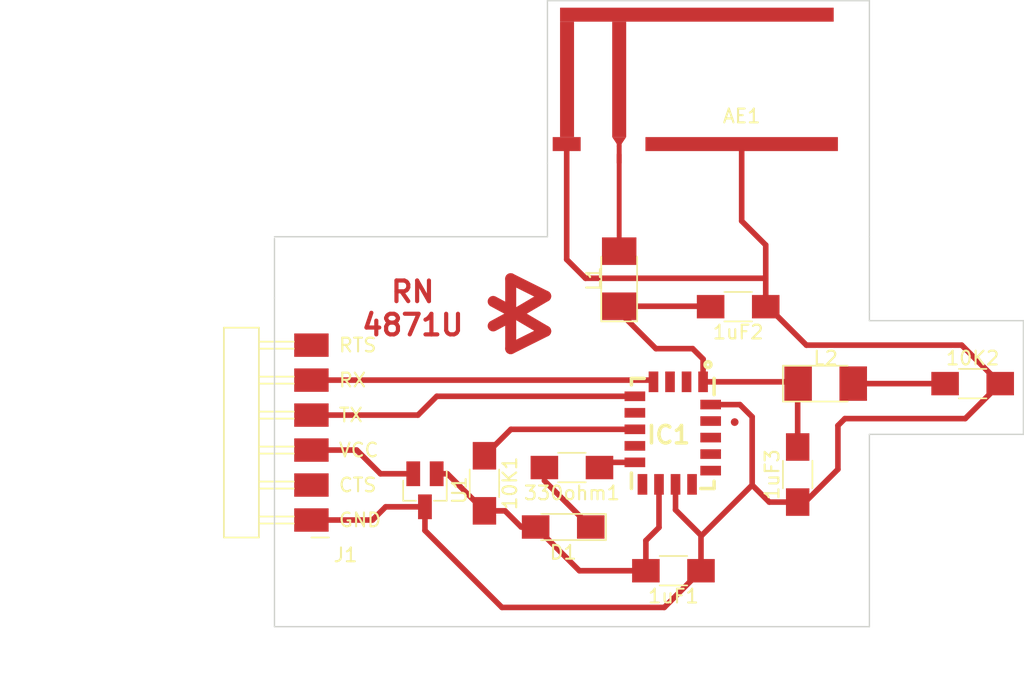
<source format=kicad_pcb>
(kicad_pcb (version 20211014) (generator pcbnew)
  (layers (0 "F.Cu" signal) (31 "B.Cu" signal) (34 "B.Paste" user) (35 "F.Paste" user) (36 "B.SilkS" user "B.Silkscreen") (37 "F.SilkS" user "F.Silkscreen") (38 "B.Mask" user) (39 "F.Mask" user) (44 "Edge.Cuts" user))
  (net 0 "")
  (net 1 "/Vcc")
  (net 2 "GND")
  (net 3 "/BT_RF")
  (net 4 "Net-(10K1-Pad1)")
  (net 5 "Net-(330ohm1-Pad2)")
  (net 6 "Net-(330ohm1-Pad1)")
  (net 9 "/Tx")
  (net 10 "/Rx")
  (net 20 "/Vin")
  (net 22 "Net-(10K2-Pad1)")
  (net 23 "Net-(AE1-Pad1)")
  (footprint "bluetooth:PCB trace antenna" (layer "F.Cu") (at 147.955 83.185)
    (fp_text reference "AE1" (at 9.398 -1.524 unlocked) (layer "F.SilkS"))
    (fp_text value "Antenna")
    (fp_line (start 0.508 0.635) (end 0.508 0.254) (layer "F.Cu") (width 0.3556))
    (fp_rect (start -2.7686 0) (end -3.7846 -8.382) (layer "F.Cu") (width 0) (fill solid))
    (fp_rect (start -3.7846 -8.382) (end 16.0782 -9.398) (layer "F.Cu") (width 0) (fill solid))
    (fp_rect (start 0 0) (end 1.016 -8.382) (layer "F.Cu") (width 0) (fill solid))
    (fp_poly (pts (xy 0.508 0.762) (xy 0 0) (xy 1.016 0)) (layer "F.Cu") (width 0) (fill solid))
    (pad "1" smd rect (at 0.508 1.27) (size 0.3556 1.27) (layers "F.Cu" "F.Paste" "F.Mask") (net 23 "Net-(AE1-Pad1)"))
    (pad "2" smd rect (at 9.398 0.508) (size 13.97 1.016) (layers "F.Cu" "F.Paste" "F.Mask") (net 2 "GND"))
    (pad "3" smd rect (at -3.302 0.508) (size 2.032 1.016) (layers "F.Cu" "F.Paste" "F.Mask") (net 2 "GND"))
  )
  (footprint "fab:C_1206" (layer "F.Cu") (at 161.417 107.696 90)
    (fp_text reference "1uF3" (at 0 -1.85 90) (layer "F.SilkS"))
    (fp_text value "C")
    (fp_line (start -1 -1.07) (end 1 -1.07) (layer "F.SilkS") (width 0.12))
    (fp_line (start 1 1.07) (end -1 1.07) (layer "F.SilkS") (width 0.12))
    (pad "1" smd rect locked (at -2 0 90) (size 2 1.7) (layers "F.Cu" "F.Paste" "F.Mask") (net 2 "GND"))
    (pad "2" smd rect locked (at 2 0 90) (size 2 1.7) (layers "F.Cu" "F.Paste" "F.Mask") (net 3 "/BT_RF"))
  )
  (footprint "fab:SOT-23" (layer "F.Cu") (at 134.366 108.839 -90)
    (fp_text reference "U1" (at 0 -2.5 90) (layer "F.SilkS"))
    (fp_text value "Regulator_Linear_LM3480-3.3V-100mA")
    (fp_line (start 0.76 -1.58) (end 0.76 -0.65) (layer "F.SilkS") (width 0.12))
    (fp_line (start 0.76 -1.58) (end -1.4 -1.58) (layer "F.SilkS") (width 0.12))
    (fp_line (start 0.76 1.58) (end -0.7 1.58) (layer "F.SilkS") (width 0.12))
    (fp_line (start 0.76 1.58) (end 0.76 0.65) (layer "F.SilkS") (width 0.12))
    (pad "1" smd rect locked (at -1.2 -0.85 270) (size 1.8 1) (layers "F.Cu" "F.Paste" "F.Mask") (net 1 "/Vcc"))
    (pad "2" smd rect locked (at -1.2 0.85 270) (size 1.8 1) (layers "F.Cu" "F.Paste" "F.Mask") (net 20 "/Vin"))
    (pad "3" smd rect locked (at 1.2 0 270) (size 1.8 1) (layers "F.Cu" "F.Paste" "F.Mask") (net 2 "GND"))
  )
  (footprint "fab:L_1210" (layer "F.Cu") (at 148.463 93.472 90)
    (fp_text reference "L1" (at 0 -1.85 90) (layer "F.SilkS"))
    (fp_text value "Inductor_L_1210")
    (fp_line (start -3.1 -1.3) (end 1.6 -1.3) (layer "F.SilkS") (width 0.12))
    (fp_line (start -3.1 -1.3) (end -3.1 1.3) (layer "F.SilkS") (width 0.12))
    (fp_line (start -3.1 1.3) (end 1.6 1.3) (layer "F.SilkS") (width 0.12))
    (pad "1" smd rect locked (at -2 0 90) (size 2 2.5) (layers "F.Cu" "F.Paste" "F.Mask") (net 3 "/BT_RF"))
    (pad "2" smd rect locked (at 2 0 90) (size 2 2.5) (layers "F.Cu" "F.Paste" "F.Mask") (net 23 "Net-(AE1-Pad1)"))
  )
  (footprint "fab:PinHeader_FTDI_01x06_P2.54mm_Horizontal_SMD" (layer "F.Cu") (at 126.125 110.998 180)
    (fp_text reference "J1" (at -1.524 -2.54) (layer "F.SilkS") (effects (justify left)))
    (fp_text value "Conn_PinHeader_FTDI_1x06_P2.54mm_Horizontal_SMD")
    (fp_text user "RX" (at -1.905 10.16) (layer "F.SilkS") (effects (justify left)))
    (fp_text user "RTS" (at -1.905 12.7) (layer "F.SilkS") (effects (justify left)))
    (fp_text user "GND" (at -1.905 0) (layer "F.SilkS") (effects (justify left)))
    (fp_text user "CTS" (at -1.905 2.54) (layer "F.SilkS") (effects (justify left)))
    (fp_text user "TX" (at -1.905 7.62) (layer "F.SilkS") (effects (justify left)))
    (fp_text user "VCC" (at -1.905 5.08) (layer "F.SilkS") (effects (justify left)))
    (fp_line (start 3.81 7.366) (end 1.27 7.366) (layer "F.SilkS") (width 0.12))
    (fp_line (start 3.81 13.97) (end 3.81 -1.27) (layer "F.SilkS") (width 0.12))
    (fp_line (start 3.81 7.874) (end 1.27 7.874) (layer "F.SilkS") (width 0.12))
    (fp_line (start 3.81 12.446) (end 1.27 12.446) (layer "F.SilkS") (width 0.12))
    (fp_line (start 3.81 10.414) (end 1.27 10.414) (layer "F.SilkS") (width 0.12))
    (fp_line (start 3.81 -0.254) (end 1.27 -0.254) (layer "F.SilkS") (width 0.12))
    (fp_line (start 3.81 4.826) (end 1.27 4.826) (layer "F.SilkS") (width 0.12))
    (fp_line (start -1.27 -1.27) (end 0 -1.27) (layer "F.SilkS") (width 0.12))
    (fp_line (start 6.35 13.97) (end 3.81 13.97) (layer "F.SilkS") (width 0.12))
    (fp_line (start 3.81 2.794) (end 1.27 2.794) (layer "F.SilkS") (width 0.12))
    (fp_line (start 3.81 2.286) (end 1.27 2.286) (layer "F.SilkS") (width 0.12))
    (fp_line (start 3.81 9.906) (end 1.27 9.906) (layer "F.SilkS") (width 0.12))
    (fp_line (start 3.81 5.334) (end 1.27 5.334) (layer "F.SilkS") (width 0.12))
    (fp_line (start 3.81 -1.27) (end 6.35 -1.27) (layer "F.SilkS") (width 0.12))
    (fp_line (start 3.81 0.254) (end 1.27 0.254) (layer "F.SilkS") (width 0.12))
    (fp_line (start 3.81 12.954) (end 1.27 12.954) (layer "F.SilkS") (width 0.12))
    (fp_line (start 6.35 -1.27) (end 6.35 13.97) (layer "F.SilkS") (width 0.12))
    (pad "1" smd rect locked (at 0 0 180) (size 2.5 1.7) (layers "F.Cu" "F.Paste" "F.Mask") (net 2 "GND"))
    (pad "2" smd rect locked (at 0 2.54 180) (size 2.5 1.7) (layers "F.Cu" "F.Paste" "F.Mask"))
    (pad "3" smd rect locked (at 0 5.08 180) (size 2.5 1.7) (layers "F.Cu" "F.Paste" "F.Mask") (net 20 "/Vin"))
    (pad "4" smd rect locked (at 0 7.62 180) (size 2.5 1.7) (layers "F.Cu" "F.Paste" "F.Mask") (net 10 "/Rx"))
    (pad "5" smd rect locked (at 0 10.16 180) (size 2.5 1.7) (layers "F.Cu" "F.Paste" "F.Mask") (net 9 "/Tx"))
    (pad "6" smd rect locked (at 0 12.7 180) (size 2.5 1.7) (layers "F.Cu" "F.Paste" "F.Mask"))
  )
  (footprint "fab:R_1206" (layer "F.Cu") (at 174.117 101.092)
    (fp_text reference "10K2" (at 0 -1.85) (layer "F.SilkS"))
    (fp_text value "Antenna")
    (fp_line (start 1 1.07) (end -1 1.07) (layer "F.SilkS") (width 0.12))
    (fp_line (start -1 -1.07) (end 1 -1.07) (layer "F.SilkS") (width 0.12))
    (pad "1" smd rect locked (at -2 0) (size 2 1.7) (layers "F.Cu" "F.Paste" "F.Mask") (net 22 "Net-(10K2-Pad1)"))
    (pad "2" smd rect locked (at 2 0) (size 2 1.7) (layers "F.Cu" "F.Paste" "F.Mask") (net 2 "GND"))
  )
  (footprint "fab:L_1210" (layer "F.Cu") (at 163.449 101.092)
    (fp_text reference "L2" (at 0 -1.85) (layer "F.SilkS"))
    (fp_text value "Inductor_L_1210")
    (fp_line (start -3.1 -1.3) (end -3.1 1.3) (layer "F.SilkS") (width 0.12))
    (fp_line (start -3.1 1.3) (end 1.6 1.3) (layer "F.SilkS") (width 0.12))
    (fp_line (start -3.1 -1.3) (end 1.6 -1.3) (layer "F.SilkS") (width 0.12))
    (pad "1" smd rect locked (at -2 0) (size 2 2.5) (layers "F.Cu" "F.Paste" "F.Mask") (net 3 "/BT_RF"))
    (pad "2" smd rect locked (at 2 0) (size 2 2.5) (layers "F.Cu" "F.Paste" "F.Mask") (net 22 "Net-(10K2-Pad1)"))
  )
  (footprint "fab:C_1206" (layer "F.Cu") (at 157.099 95.504 180)
    (fp_text reference "1uF2" (at 0 -1.85) (layer "F.SilkS"))
    (fp_text value "C")
    (fp_line (start -1 -1.07) (end 1 -1.07) (layer "F.SilkS") (width 0.12))
    (fp_line (start 1 1.07) (end -1 1.07) (layer "F.SilkS") (width 0.12))
    (pad "1" smd rect locked (at -2 0 180) (size 2 1.7) (layers "F.Cu" "F.Paste" "F.Mask") (net 2 "GND"))
    (pad "2" smd rect locked (at 2 0 180) (size 2 1.7) (layers "F.Cu" "F.Paste" "F.Mask") (net 3 "/BT_RF"))
  )
  (footprint "fab:R_1206" (layer "F.Cu") (at 138.684 108.331 -90)
    (fp_text reference "10K1" (at 0 -1.85 90) (layer "F.SilkS"))
    (fp_text value "R")
    (fp_line (start 1 1.07) (end -1 1.07) (layer "F.SilkS") (width 0.12))
    (fp_line (start -1 -1.07) (end 1 -1.07) (layer "F.SilkS") (width 0.12))
    (pad "1" smd rect locked (at -2 0 270) (size 2 1.7) (layers "F.Cu" "F.Paste" "F.Mask") (net 4 "Net-(10K1-Pad1)"))
    (pad "2" smd rect locked (at 2 0 270) (size 2 1.7) (layers "F.Cu" "F.Paste" "F.Mask") (net 1 "/Vcc"))
  )
  (footprint "fab:R_1206" (layer "F.Cu") (at 145.034 107.188 180)
    (fp_text reference "330ohm1" (at 0 -1.85) (layer "F.SilkS"))
    (fp_text value "R")
    (fp_line (start -1 -1.07) (end 1 -1.07) (layer "F.SilkS") (width 0.12))
    (fp_line (start 1 1.07) (end -1 1.07) (layer "F.SilkS") (width 0.12))
    (pad "1" smd rect locked (at -2 0 180) (size 2 1.7) (layers "F.Cu" "F.Paste" "F.Mask") (net 6 "Net-(330ohm1-Pad1)"))
    (pad "2" smd rect locked (at 2 0 180) (size 2 1.7) (layers "F.Cu" "F.Paste" "F.Mask") (net 5 "Net-(330ohm1-Pad2)"))
  )
  (footprint "bluetooth:RN4871U" (layer "F.Cu") (at 149.352 100.711)
    (fp_text reference "IC1" (at 2.69367 4.10933) (layer "F.SilkS") (effects (font (size 1.27 1.27) (thickness 0.254))))
    (fp_text value "RN4871U-V_RM118" hide)
    (fp_line (start 6 8) (end 6 7.47367) (layer "F.SilkS") (width 0.254))
    (fp_line (start 0 0) (end 0.93167 0) (layer "F.SilkS") (width 0.254))
    (fp_line (start 0 8) (end 0 6.87333) (layer "F.SilkS") (width 0.254))
    (fp_line (start 6 0) (end 6 1.182) (layer "F.SilkS") (width 0.254))
    (fp_line (start 0 0) (end 0 0.47067) (layer "F.SilkS") (width 0.254))
    (fp_line (start 6 8) (end 5.02233 8) (layer "F.SilkS") (width 0.254))
    (fp_circle (center 5.556 -0.99667) (end 5.556 -0.90767) (layer "F.SilkS") (width 0.254) (fill none))
    (pad "1" smd rect locked (at 5.2 0.25) (size 0.7 1.5) (layers "F.Cu" "F.Paste" "F.Mask") (net 3 "/BT_RF"))
    (pad "2" smd rect locked (at 4 0.25) (size 0.7 1.5) (layers "F.Cu" "F.Paste" "F.Mask"))
    (pad "3" smd rect locked (at 2.8 0.25) (size 0.7 1.5) (layers "F.Cu" "F.Paste" "F.Mask"))
    (pad "4" smd rect locked (at 1.6 0.25) (size 0.7 1.5) (layers "F.Cu" "F.Paste" "F.Mask") (net 9 "/Tx"))
    (pad "5" smd rect locked (at 0.25 1.3 90) (size 0.7 1.5) (layers "F.Cu" "F.Paste" "F.Mask") (net 10 "/Rx"))
    (pad "6" smd rect locked (at 0.25 2.5 90) (size 0.7 1.5) (layers "F.Cu" "F.Paste" "F.Mask"))
    (pad "7" smd rect locked (at 0.25 3.7 90) (size 0.7 1.5) (layers "F.Cu" "F.Paste" "F.Mask") (net 4 "Net-(10K1-Pad1)"))
    (pad "8" smd rect locked (at 0.25 4.9 90) (size 0.7 1.5) (layers "F.Cu" "F.Paste" "F.Mask"))
    (pad "9" smd rect locked (at 0.25 6.1 90) (size 0.7 1.5) (layers "F.Cu" "F.Paste" "F.Mask") (net 6 "Net-(330ohm1-Pad1)"))
    (pad "10" smd rect locked (at 0.8 7.69833) (size 0.7 1.5) (layers "F.Cu" "F.Paste" "F.Mask"))
    (pad "11" smd rect locked (at 2 7.69833) (size 0.7 1.5) (layers "F.Cu" "F.Paste" "F.Mask") (net 1 "/Vcc"))
    (pad "12" smd rect locked (at 3.2 7.69833) (size 0.7 1.5) (layers "F.Cu" "F.Paste" "F.Mask") (net 2 "GND"))
    (pad "13" smd rect locked (at 4.4 7.69833) (size 0.7 1.5) (layers "F.Cu" "F.Paste" "F.Mask"))
    (pad "14" smd rect locked (at 5.75 6.7 90) (size 0.7 1.5) (layers "F.Cu" "F.Paste" "F.Mask"))
    (pad "15" smd rect locked (at 5.75 5.5 90) (size 0.7 1.5) (layers "F.Cu" "F.Paste" "F.Mask"))
    (pad "16" smd rect locked (at 5.75 4.3 90) (size 0.7 1.5) (layers "F.Cu" "F.Paste" "F.Mask"))
    (pad "17" smd rect locked (at 5.75 3.1 90) (size 0.7 1.5) (layers "F.Cu" "F.Paste" "F.Mask"))
    (pad "18" smd rect locked (at 5.75 1.9 90) (size 0.7 1.5) (layers "F.Cu" "F.Paste" "F.Mask") (net 2 "GND"))
  )
  (footprint "fab:C_1206" (layer "F.Cu") (at 152.4 114.681 180)
    (fp_text reference "1uF1" (at 0 -1.85) (layer "F.SilkS"))
    (fp_text value "C")
    (fp_line (start -1 -1.07) (end 1 -1.07) (layer "F.SilkS") (width 0.12))
    (fp_line (start 1 1.07) (end -1 1.07) (layer "F.SilkS") (width 0.12))
    (pad "1" smd rect locked (at -2 0 180) (size 2 1.7) (layers "F.Cu" "F.Paste" "F.Mask") (net 2 "GND"))
    (pad "2" smd rect locked (at 2 0 180) (size 2 1.7) (layers "F.Cu" "F.Paste" "F.Mask") (net 1 "/Vcc"))
  )
  (footprint "fab:LED_1206" (layer "F.Cu") (at 144.399 111.506 180)
    (fp_text reference "D1" (at 0 -1.85) (layer "F.SilkS"))
    (fp_text value "LED")
    (fp_line (start -3.1 0.95) (end 1.6 0.95) (layer "F.SilkS") (width 0.12))
    (fp_line (start -3.1 -0.95) (end 1.6 -0.95) (layer "F.SilkS") (width 0.12))
    (fp_line (start -3.1 -0.95) (end -3.1 0.95) (layer "F.SilkS") (width 0.12))
    (pad "1" smd rect locked (at -2 0 180) (size 2 1.7) (layers "F.Cu" "F.Paste" "F.Mask") (net 5 "Net-(330ohm1-Pad2)"))
    (pad "2" smd rect locked (at 2 0 180) (size 2 1.7) (layers "F.Cu" "F.Paste" "F.Mask") (net 1 "/Vcc"))
  )
  (gr_line (start 143.129 97.282) (end 140.97 96.012) (layer "F.Cu") (width 0.8))
  (gr_line (start 140.97 96.012) (end 139.319 96.901) (layer "F.Cu") (width 0.8))
  (gr_line (start 140.589 93.472) (end 140.589 98.552) (layer "F.Cu") (width 0.8))
  (gr_line (start 140.97 96.012) (end 143.129 94.742) (layer "F.Cu") (width 0.8))
  (gr_line (start 140.97 96.012) (end 139.319 95.123) (layer "F.Cu") (width 0.8))
  (gr_line (start 143.129 94.742) (end 140.589 93.472) (layer "F.Cu") (width 0.8))
  (gr_circle (center 156.845 103.886) (end 157.024605 103.886) (layer "F.Cu") (width 0.2) (fill solid))
  (gr_line (start 140.589 98.552) (end 143.129 97.282) (layer "F.Cu") (width 0.8))
  (gr_line (start 143.256 90.424) (end 143.256 85.09) (layer "Edge.Cuts") (width 0.1))
  (gr_line (start 166.624 95.885) (end 166.624 90.424) (layer "Edge.Cuts") (width 0.1))
  (gr_line (start 177.8 96.52) (end 166.624 96.52) (layer "Edge.Cuts") (width 0.1))
  (gr_line (start 166.624 73.279) (end 143.256 73.279) (layer "Edge.Cuts") (width 0.1))
  (gr_line (start 166.624 90.424) (end 166.624 73.279) (layer "Edge.Cuts") (width 0.1))
  (gr_line (start 166.624 96.52) (end 166.624 95.885) (layer "Edge.Cuts") (width 0.1))
  (gr_line (start 143.256 90.424) (end 123.444 90.424) (layer "Edge.Cuts") (width 0.1))
  (gr_line (start 166.624 104.775) (end 166.624 118.745) (layer "Edge.Cuts") (width 0.1))
  (gr_line (start 123.444 118.745) (end 166.624 118.745) (layer "Edge.Cuts") (width 0.1))
  (gr_line (start 143.256 85.09) (end 143.256 73.279) (layer "Edge.Cuts") (width 0.1))
  (gr_line (start 177.8 96.52) (end 177.8 104.775) (layer "Edge.Cuts") (width 0.1))
  (gr_line (start 123.444 94.869) (end 123.444 90.551) (layer "Edge.Cuts") (width 0.1))
  (gr_line (start 166.624 104.775) (end 177.8 104.775) (layer "Edge.Cuts") (width 0.1))
  (gr_line (start 123.444 94.869) (end 123.444 118.745) (layer "Edge.Cuts") (width 0.1))
  (gr_text "RN\n4871U\n" (at 133.477 95.631) (layer "F.Cu") (effects (font (size 1.5 1.5) (thickness 0.3))))
  (segment (start 150.4 114.681) (end 150.4 112.49) (width 0.4064) (layer "F.Cu") (net 1))
  (segment (start 142.399 111.506) (end 145.574 114.681) (width 0.4064) (layer "F.Cu") (net 1))
  (segment (start 138.684 110.331) (end 140.176 110.331) (width 0.4064) (layer "F.Cu") (net 1))
  (segment (start 150.4 112.49) (end 151.352 111.538) (width 0.4064) (layer "F.Cu") (net 1))
  (segment (start 135.992 107.639) (end 138.684 110.331) (width 0.4064) (layer "F.Cu") (net 1))
  (segment (start 145.574 114.681) (end 150.4 114.681) (width 0.4064) (layer "F.Cu") (net 1))
  (segment (start 151.352 111.538) (end 151.352 108.40933) (width 0.4064) (layer "F.Cu") (net 1))
  (segment (start 135.216 107.639) (end 135.992 107.639) (width 0.4064) (layer "F.Cu") (net 1))
  (segment (start 140.176 110.331) (end 141.351 111.506) (width 0.4064) (layer "F.Cu") (net 1))
  (segment (start 141.351 111.506) (end 142.399 111.506) (width 0.4064) (layer "F.Cu") (net 1))
  (segment (start 159.099 95.504) (end 159.099 93.44) (width 0.4064) (layer "F.Cu") (net 2))
  (segment (start 144.653 83.693) (end 144.653 92.075) (width 0.4064) (layer "F.Cu") (net 2))
  (segment (start 134.366 110.039) (end 134.366 111.76) (width 0.4064) (layer "F.Cu") (net 2))
  (segment (start 139.954 117.348) (end 151.733 117.348) (width 0.4064) (layer "F.Cu") (net 2))
  (segment (start 131.515 110.039) (end 134.366 110.039) (width 0.4064) (layer "F.Cu") (net 2))
  (segment (start 159.099 91.027) (end 157.353 89.281) (width 0.4064) (layer "F.Cu") (net 2))
  (segment (start 134.366 111.76) (end 139.954 117.348) (width 0.4064) (layer "F.Cu") (net 2))
  (segment (start 158.115 108.458) (end 154.464 112.109) (width 0.4064) (layer "F.Cu") (net 2))
  (segment (start 154.4 112.109) (end 154.4 114.681) (width 0.4064) (layer "F.Cu") (net 2))
  (segment (start 161.957 109.696) (end 164.338 107.315) (width 0.4064) (layer "F.Cu") (net 2))
  (segment (start 151.733 117.348) (end 154.4 114.681) (width 0.4064) (layer "F.Cu") (net 2))
  (segment (start 162.052 98.298) (end 173.323 98.298) (width 0.4064) (layer "F.Cu") (net 2))
  (segment (start 161.417 109.696) (end 161.957 109.696) (width 0.4064) (layer "F.Cu") (net 2))
  (segment (start 164.846 103.632) (end 173.577 103.632) (width 0.4064) (layer "F.Cu") (net 2))
  (segment (start 155.102 102.611) (end 155.502 102.611) (width 0.25) (layer "F.Cu") (net 2))
  (segment (start 173.577 103.632) (end 176.117 101.092) (width 0.4064) (layer "F.Cu") (net 2))
  (segment (start 159.099 93.44) (end 159.099 91.027) (width 0.4064) (layer "F.Cu") (net 2))
  (segment (start 155.507 102.616) (end 157.226 102.616) (width 0.4064) (layer "F.Cu") (net 2))
  (segment (start 152.552 108.40933) (end 152.552 110.261) (width 0.4064) (layer "F.Cu") (net 2))
  (segment (start 130.556 110.998) (end 131.515 110.039) (width 0.4064) (layer "F.Cu") (net 2))
  (segment (start 159.353 109.696) (end 161.417 109.696) (width 0.4064) (layer "F.Cu") (net 2))
  (segment (start 157.226 102.616) (end 158.115 103.505) (width 0.4064) (layer "F.Cu") (net 2))
  (segment (start 152.552 110.261) (end 154.4 112.109) (width 0.4064) (layer "F.Cu") (net 2))
  (segment (start 144.653 92.075) (end 146.018 93.44) (width 0.4064) (layer "F.Cu") (net 2))
  (segment (start 154.464 112.109) (end 154.4 112.109) (width 0.25) (layer "F.Cu") (net 2))
  (segment (start 157.353 89.281) (end 157.353 83.693) (width 0.4064) (layer "F.Cu") (net 2))
  (segment (start 158.115 103.505) (end 158.115 108.458) (width 0.4064) (layer "F.Cu") (net 2))
  (segment (start 173.323 98.298) (end 176.117 101.092) (width 0.4064) (layer "F.Cu") (net 2))
  (segment (start 159.099 95.504) (end 159.258 95.504) (width 0.4064) (layer "F.Cu") (net 2))
  (segment (start 164.338 107.315) (end 164.338 104.14) (width 0.4064) (layer "F.Cu") (net 2))
  (segment (start 159.258 95.504) (end 162.052 98.298) (width 0.4064) (layer "F.Cu") (net 2))
  (segment (start 126.125 110.998) (end 130.556 110.998) (width 0.4064) (layer "F.Cu") (net 2))
  (segment (start 164.338 104.14) (end 164.846 103.632) (width 0.4064) (layer "F.Cu") (net 2))
  (segment (start 158.115 108.458) (end 159.353 109.696) (width 0.4064) (layer "F.Cu") (net 2))
  (segment (start 146.018 93.44) (end 159.099 93.44) (width 0.4064) (layer "F.Cu") (net 2))
  (segment (start 155.502 102.611) (end 155.507 102.616) (width 0.25) (layer "F.Cu") (net 2))
  (segment (start 155.067 95.472) (end 155.099 95.504) (width 0.25) (layer "F.Cu") (net 3))
  (segment (start 154.552 100.961) (end 161.318 100.961) (width 0.4064) (layer "F.Cu") (net 3))
  (segment (start 161.417 101.124) (end 161.449 101.092) (width 0.25) (layer "F.Cu") (net 3))
  (segment (start 161.417 105.696) (end 161.417 101.124) (width 0.4064) (layer "F.Cu") (net 3))
  (segment (start 161.191 100.834) (end 161.449 101.092) (width 0.25) (layer "F.Cu") (net 3))
  (segment (start 151.13 98.552) (end 153.797 98.552) (width 0.4064) (layer "F.Cu") (net 3))
  (segment (start 148.463 95.885) (end 151.13 98.552) (width 0.4064) (layer "F.Cu") (net 3))
  (segment (start 153.797 98.552) (end 154.552 99.307) (width 0.4064) (layer "F.Cu") (net 3))
  (segment (start 154.552 99.307) (end 154.552 100.961) (width 0.4064) (layer "F.Cu") (net 3))
  (segment (start 161.318 100.961) (end 161.449 101.092) (width 0.25) (layer "F.Cu") (net 3))
  (segment (start 148.463 95.472) (end 155.067 95.472) (width 0.4064) (layer "F.Cu") (net 3))
  (segment (start 140.604 104.411) (end 149.602 104.411) (width 0.4064) (layer "F.Cu") (net 4))
  (segment (start 138.684 106.331) (end 140.604 104.411) (width 0.4064) (layer "F.Cu") (net 4))
  (segment (start 146.399 111.506) (end 143.034 108.141) (width 0.4064) (layer "F.Cu") (net 5))
  (segment (start 143.034 108.141) (end 143.034 107.188) (width 0.25) (layer "F.Cu") (net 5))
  (segment (start 147.447 106.807) (end 147.451 106.811) (width 0.25) (layer "F.Cu") (net 6))
  (segment (start 147.451 106.811) (end 149.602 106.811) (width 0.4064) (layer "F.Cu") (net 6))
  (segment (start 147.066 107.188) (end 147.447 106.807) (width 0.25) (layer "F.Cu") (net 6))
  (segment (start 147.034 107.188) (end 147.066 107.188) (width 0.25) (layer "F.Cu") (net 6))
  (segment (start 150.829 100.838) (end 150.952 100.961) (width 0.25) (layer "F.Cu") (net 9))
  (segment (start 126.125 100.838) (end 150.829 100.838) (width 0.4064) (layer "F.Cu") (net 9))
  (segment (start 126.125 103.378) (end 133.858 103.378) (width 0.4064) (layer "F.Cu") (net 10))
  (segment (start 133.858 103.378) (end 135.225 102.011) (width 0.4064) (layer "F.Cu") (net 10))
  (segment (start 135.225 102.011) (end 149.602 102.011) (width 0.4064) (layer "F.Cu") (net 10))
  (segment (start 129.413 105.918) (end 131.134 107.639) (width 0.4064) (layer "F.Cu") (net 20))
  (segment (start 126.125 105.918) (end 129.413 105.918) (width 0.4064) (layer "F.Cu") (net 20))
  (segment (start 131.134 107.639) (end 133.516 107.639) (width 0.4064) (layer "F.Cu") (net 20))
  (segment (start 165.449 101.092) (end 172.117 101.092) (width 0.4064) (layer "F.Cu") (net 22))
  (segment (start 148.463 84.455) (end 148.463 91.472) (width 0.3556) (layer "F.Cu") (net 23))
)
</source>
